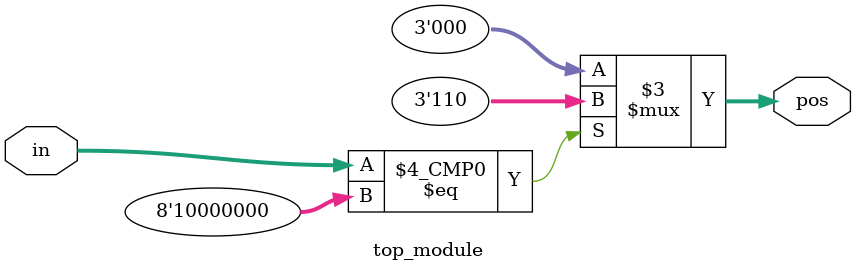
<source format=sv>
module top_module (
    input [7:0] in,
    output reg [2:0] pos
);

always @* begin
    case(in)
        8'b00000001: pos = 3'b000;
        8'b10000000: pos = 3'b110;
        default: pos = 3'b000;
    endcase
end

endmodule

</source>
